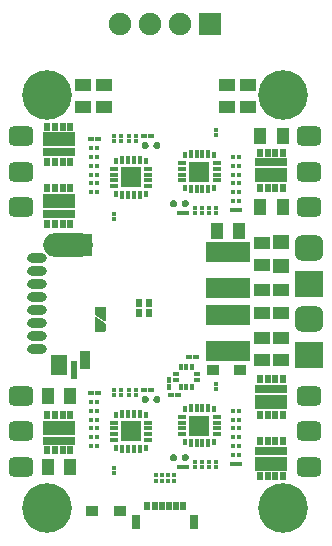
<source format=gbr>
G04*
G04 #@! TF.GenerationSoftware,Altium Limited,Altium Designer,24.8.2 (39)*
G04*
G04 Layer_Color=16711935*
%FSLAX25Y25*%
%MOIN*%
G70*
G04*
G04 #@! TF.SameCoordinates,30F909D6-0262-4237-A391-FF9CD089CF35*
G04*
G04*
G04 #@! TF.FilePolarity,Negative*
G04*
G01*
G75*
%ADD42R,0.01968X0.02756*%
%ADD43R,0.03150X0.04528*%
%ADD46R,0.01676X0.01851*%
%ADD51R,0.02362X0.03150*%
%ADD52R,0.10630X0.02756*%
%ADD53R,0.10630X0.04724*%
%ADD57R,0.01593X0.01676*%
%ADD58R,0.01975X0.02526*%
%ADD60R,0.01851X0.01676*%
%ADD61R,0.04337X0.05715*%
%ADD62R,0.01676X0.01593*%
%ADD66R,0.07480X0.07480*%
%ADD67C,0.07480*%
%ADD68C,0.16535*%
G04:AMPARAMS|DCode=69|XSize=94.49mil|YSize=86.61mil|CornerRadius=23.62mil|HoleSize=0mil|Usage=FLASHONLY|Rotation=0.000|XOffset=0mil|YOffset=0mil|HoleType=Round|Shape=RoundedRectangle|*
%AMROUNDEDRECTD69*
21,1,0.09449,0.03937,0,0,0.0*
21,1,0.04724,0.08661,0,0,0.0*
1,1,0.04724,0.02362,-0.01968*
1,1,0.04724,-0.02362,-0.01968*
1,1,0.04724,-0.02362,0.01968*
1,1,0.04724,0.02362,0.01968*
%
%ADD69ROUNDEDRECTD69*%
%ADD70R,0.09449X0.08661*%
G04:AMPARAMS|DCode=71|XSize=82.68mil|YSize=66.93mil|CornerRadius=18.7mil|HoleSize=0mil|Usage=FLASHONLY|Rotation=0.000|XOffset=0mil|YOffset=0mil|HoleType=Round|Shape=RoundedRectangle|*
%AMROUNDEDRECTD71*
21,1,0.08268,0.02953,0,0,0.0*
21,1,0.04528,0.06693,0,0,0.0*
1,1,0.03740,0.02264,-0.01476*
1,1,0.03740,-0.02264,-0.01476*
1,1,0.03740,-0.02264,0.01476*
1,1,0.03740,0.02264,0.01476*
%
%ADD71ROUNDEDRECTD71*%
%ADD111R,0.02362X0.01575*%
%ADD112R,0.01575X0.02362*%
%ADD113R,0.03937X0.03740*%
%ADD114R,0.05715X0.04337*%
%ADD115O,0.16535X0.07874*%
%ADD116R,0.03543X0.06299*%
%ADD117R,0.02362X0.06299*%
%ADD118O,0.06693X0.03150*%
%ADD119R,0.05512X0.06890*%
%ADD120R,0.07087X0.07087*%
%ADD121R,0.03150X0.01378*%
%ADD122R,0.01732X0.02362*%
%ADD123R,0.01378X0.03150*%
%ADD124R,0.14567X0.06787*%
%ADD125R,0.05821X0.04859*%
G36*
X48522Y133859D02*
X48561Y133855D01*
X48561Y133855D01*
X48751Y133818D01*
X48788Y133806D01*
X48788Y133806D01*
X48967Y133732D01*
X48967Y133732D01*
X48979Y133726D01*
X49001Y133714D01*
X49001Y133714D01*
X49163Y133606D01*
X49163Y133606D01*
X49193Y133581D01*
X49330Y133444D01*
X49354Y133414D01*
X49462Y133253D01*
X49462Y133253D01*
X49471Y133236D01*
X49480Y133219D01*
X49480Y133219D01*
X49554Y133040D01*
X49560Y133020D01*
X49566Y133003D01*
X49603Y132813D01*
X49607Y132774D01*
Y132677D01*
Y132580D01*
D01*
Y132580D01*
X49603Y132542D01*
X49566Y132352D01*
X49554Y132314D01*
X49554Y132314D01*
X49480Y132135D01*
X49480Y132135D01*
X49474Y132123D01*
X49462Y132101D01*
X49462Y132101D01*
X49354Y131940D01*
X49354Y131940D01*
X49330Y131910D01*
X49193Y131773D01*
X49163Y131748D01*
X49001Y131641D01*
X49001Y131641D01*
X48984Y131631D01*
X48967Y131622D01*
X48967Y131622D01*
X48788Y131548D01*
X48768Y131542D01*
X48751Y131537D01*
X48561Y131499D01*
X48522Y131495D01*
X48328D01*
D01*
X48328D01*
X48290Y131499D01*
X48099Y131537D01*
X48062Y131548D01*
X48062Y131548D01*
X47883Y131622D01*
X47883Y131622D01*
X47871Y131629D01*
X47849Y131641D01*
X47849Y131641D01*
X47688Y131748D01*
X47688Y131748D01*
X47658Y131773D01*
X47521Y131910D01*
X47496Y131940D01*
X47388Y132101D01*
X47388Y132101D01*
X47379Y132118D01*
X47370Y132135D01*
X47370Y132135D01*
X47296Y132314D01*
X47290Y132334D01*
X47285Y132352D01*
X47247Y132542D01*
X47243Y132580D01*
Y132677D01*
Y132677D01*
Y132677D01*
X47243Y132774D01*
X47247Y132813D01*
X47247Y132813D01*
X47285Y133003D01*
X47296Y133040D01*
X47296Y133040D01*
X47370Y133219D01*
X47370Y133219D01*
X47377Y133231D01*
X47388Y133253D01*
X47388Y133253D01*
X47496Y133414D01*
X47496Y133414D01*
X47521Y133444D01*
X47658Y133581D01*
X47688Y133606D01*
X47849Y133714D01*
X47849Y133714D01*
X47866Y133723D01*
X47883Y133732D01*
X47883Y133732D01*
X48062Y133806D01*
X48082Y133812D01*
X48099Y133818D01*
X48290Y133855D01*
X48328Y133859D01*
X48425D01*
X48425D01*
X48425D01*
X48522Y133859D01*
D02*
G37*
G36*
X44585D02*
X44624Y133855D01*
X44624Y133855D01*
X44814Y133818D01*
X44851Y133806D01*
X44851Y133806D01*
X45030Y133732D01*
X45030Y133732D01*
X45042Y133726D01*
X45064Y133714D01*
X45064Y133714D01*
X45226Y133606D01*
X45226Y133606D01*
X45256Y133581D01*
X45393Y133444D01*
X45417Y133414D01*
X45525Y133253D01*
X45525Y133253D01*
X45534Y133236D01*
X45543Y133219D01*
X45543Y133219D01*
X45617Y133040D01*
X45623Y133020D01*
X45629Y133003D01*
X45666Y132813D01*
X45670Y132774D01*
Y132677D01*
Y132580D01*
D01*
Y132580D01*
X45666Y132542D01*
X45629Y132352D01*
X45617Y132314D01*
X45617Y132314D01*
X45543Y132135D01*
X45543Y132135D01*
X45537Y132123D01*
X45525Y132101D01*
X45525Y132101D01*
X45417Y131940D01*
X45417Y131940D01*
X45393Y131910D01*
X45256Y131773D01*
X45226Y131748D01*
X45064Y131641D01*
X45064Y131641D01*
X45047Y131631D01*
X45030Y131622D01*
X45030Y131622D01*
X44851Y131548D01*
X44831Y131542D01*
X44814Y131537D01*
X44624Y131499D01*
X44585Y131495D01*
X44391D01*
X44391D01*
D01*
X44353Y131499D01*
X44162Y131537D01*
X44125Y131548D01*
X44125Y131548D01*
X43946Y131622D01*
X43946Y131622D01*
X43934Y131629D01*
X43912Y131641D01*
X43912Y131641D01*
X43751Y131748D01*
X43751Y131748D01*
X43721Y131773D01*
X43584Y131910D01*
X43559Y131940D01*
X43451Y132101D01*
X43451Y132101D01*
X43442Y132118D01*
X43433Y132135D01*
X43433Y132135D01*
X43359Y132314D01*
X43353Y132334D01*
X43348Y132352D01*
X43310Y132542D01*
X43306Y132580D01*
Y132677D01*
Y132677D01*
Y132677D01*
X43306Y132774D01*
X43310Y132813D01*
X43310Y132813D01*
X43348Y133003D01*
X43359Y133040D01*
X43359Y133040D01*
X43433Y133219D01*
X43433Y133219D01*
X43440Y133231D01*
X43451Y133253D01*
X43451Y133253D01*
X43559Y133414D01*
X43559Y133414D01*
X43584Y133444D01*
X43721Y133581D01*
X43751Y133606D01*
X43912Y133714D01*
X43912Y133714D01*
X43929Y133723D01*
X43946Y133732D01*
X43946Y133732D01*
X44125Y133806D01*
X44145Y133812D01*
X44162Y133818D01*
X44353Y133855D01*
X44391Y133859D01*
X44488D01*
X44488D01*
X44488D01*
X44585Y133859D01*
D02*
G37*
G36*
X57971Y114568D02*
X58010Y114564D01*
X58010Y114564D01*
X58200Y114526D01*
X58237Y114515D01*
X58237Y114515D01*
X58416Y114441D01*
X58416Y114441D01*
X58428Y114434D01*
X58450Y114423D01*
X58450Y114423D01*
X58611Y114315D01*
X58611Y114315D01*
X58641Y114290D01*
X58778Y114153D01*
X58803Y114123D01*
X58911Y113962D01*
X58911Y113962D01*
X58920Y113945D01*
X58929Y113928D01*
X58929Y113928D01*
X59003Y113749D01*
X59009Y113729D01*
X59014Y113712D01*
X59052Y113521D01*
X59056Y113483D01*
Y113386D01*
Y113289D01*
D01*
Y113289D01*
X59052Y113250D01*
X59014Y113060D01*
X59003Y113023D01*
X59003Y113023D01*
X58929Y112844D01*
X58929Y112844D01*
X58923Y112832D01*
X58911Y112810D01*
X58911Y112810D01*
X58803Y112648D01*
X58803Y112648D01*
X58778Y112619D01*
X58641Y112481D01*
X58611Y112457D01*
X58450Y112349D01*
X58450Y112349D01*
X58433Y112340D01*
X58416Y112331D01*
X58416Y112331D01*
X58237Y112257D01*
X58217Y112251D01*
X58200Y112245D01*
X58010Y112208D01*
X57971Y112204D01*
X57777D01*
D01*
X57777D01*
X57739Y112208D01*
X57548Y112245D01*
X57511Y112257D01*
X57511Y112257D01*
X57332Y112331D01*
X57332Y112331D01*
X57320Y112337D01*
X57298Y112349D01*
X57298Y112349D01*
X57137Y112457D01*
X57137Y112457D01*
X57107Y112481D01*
X56970Y112619D01*
X56945Y112648D01*
X56837Y112810D01*
X56837Y112810D01*
X56828Y112827D01*
X56819Y112844D01*
X56819Y112844D01*
X56745Y113023D01*
X56739Y113043D01*
X56734Y113060D01*
X56696Y113250D01*
X56692Y113289D01*
Y113386D01*
Y113386D01*
Y113386D01*
X56692Y113483D01*
X56696Y113521D01*
X56696Y113521D01*
X56734Y113712D01*
X56745Y113749D01*
X56745Y113749D01*
X56819Y113928D01*
X56819Y113928D01*
X56825Y113940D01*
X56837Y113962D01*
X56837Y113962D01*
X56945Y114123D01*
X56945Y114123D01*
X56970Y114153D01*
X57107Y114290D01*
X57137Y114315D01*
X57298Y114423D01*
X57298Y114423D01*
X57315Y114432D01*
X57332Y114441D01*
X57332Y114441D01*
X57511Y114515D01*
X57531Y114521D01*
X57548Y114526D01*
X57739Y114564D01*
X57777Y114568D01*
X57874D01*
X57874D01*
X57874D01*
X57971Y114568D01*
D02*
G37*
G36*
X54034D02*
X54073Y114564D01*
X54073Y114564D01*
X54263Y114526D01*
X54300Y114515D01*
X54300Y114515D01*
X54479Y114441D01*
X54479Y114441D01*
X54491Y114434D01*
X54513Y114423D01*
X54513Y114423D01*
X54674Y114315D01*
X54674Y114315D01*
X54704Y114290D01*
X54841Y114153D01*
X54866Y114123D01*
X54974Y113962D01*
X54974Y113962D01*
X54983Y113945D01*
X54992Y113928D01*
X54992Y113928D01*
X55066Y113749D01*
X55072Y113729D01*
X55077Y113712D01*
X55115Y113521D01*
X55119Y113483D01*
Y113386D01*
Y113289D01*
D01*
Y113289D01*
X55115Y113250D01*
X55077Y113060D01*
X55066Y113023D01*
X55066Y113023D01*
X54992Y112844D01*
X54992Y112844D01*
X54986Y112832D01*
X54974Y112810D01*
X54974Y112810D01*
X54866Y112648D01*
X54866Y112648D01*
X54841Y112619D01*
X54704Y112481D01*
X54674Y112457D01*
X54513Y112349D01*
X54513Y112349D01*
X54496Y112340D01*
X54479Y112331D01*
X54479Y112331D01*
X54300Y112257D01*
X54280Y112251D01*
X54263Y112245D01*
X54072Y112208D01*
X54034Y112204D01*
X53840D01*
X53840D01*
D01*
X53802Y112208D01*
X53611Y112245D01*
X53574Y112257D01*
X53574Y112257D01*
X53395Y112331D01*
X53395Y112331D01*
X53383Y112337D01*
X53361Y112349D01*
X53361Y112349D01*
X53200Y112457D01*
X53200Y112457D01*
X53170Y112481D01*
X53033Y112619D01*
X53008Y112648D01*
X52900Y112810D01*
X52900Y112810D01*
X52891Y112827D01*
X52882Y112844D01*
X52882Y112844D01*
X52808Y113023D01*
X52802Y113043D01*
X52797Y113060D01*
X52759Y113250D01*
X52755Y113289D01*
Y113386D01*
Y113386D01*
Y113386D01*
X52755Y113483D01*
X52759Y113521D01*
X52759Y113521D01*
X52797Y113712D01*
X52808Y113749D01*
X52808Y113749D01*
X52882Y113928D01*
X52882Y113928D01*
X52888Y113940D01*
X52900Y113962D01*
X52900Y113962D01*
X53008Y114123D01*
X53008Y114123D01*
X53033Y114153D01*
X53170Y114290D01*
X53200Y114315D01*
X53361Y114423D01*
X53361Y114423D01*
X53378Y114432D01*
X53395Y114441D01*
X53395Y114441D01*
X53574Y114515D01*
X53594Y114521D01*
X53611Y114526D01*
X53802Y114564D01*
X53840Y114568D01*
X53937D01*
X53937D01*
X53937D01*
X54034Y114568D01*
D02*
G37*
G36*
X26613Y103225D02*
X26650Y103214D01*
X26684Y103196D01*
X26714Y103171D01*
X26739Y103141D01*
X26757Y103107D01*
X26768Y103070D01*
X26772Y103031D01*
Y95945D01*
X26768Y95906D01*
X26757Y95869D01*
X26739Y95835D01*
X26714Y95805D01*
X26684Y95780D01*
X26650Y95762D01*
X26613Y95751D01*
X26575Y95747D01*
X14370D01*
X14366Y95747D01*
X14363Y95747D01*
X14347Y95749D01*
X14331Y95751D01*
X14328Y95752D01*
X14324Y95752D01*
X14309Y95757D01*
X14294Y95762D01*
X14291Y95764D01*
X14288Y95765D01*
X14274Y95773D01*
X14260Y95780D01*
X14257Y95783D01*
X14254Y95784D01*
X10711Y98343D01*
X10699Y98354D01*
X10687Y98364D01*
X10684Y98367D01*
X10682Y98369D01*
X10672Y98382D01*
X10662Y98394D01*
X10660Y98397D01*
X10658Y98400D01*
X10651Y98414D01*
X10644Y98428D01*
X10643Y98431D01*
X10641Y98435D01*
X10637Y98450D01*
X10633Y98465D01*
X10632Y98469D01*
X10631Y98472D01*
X10630Y98488D01*
X10629Y98504D01*
Y100472D01*
X10630Y100488D01*
X10631Y100504D01*
X10632Y100507D01*
X10633Y100511D01*
X10637Y100526D01*
X10641Y100541D01*
X10643Y100544D01*
X10644Y100548D01*
X10651Y100562D01*
X10658Y100576D01*
X10660Y100579D01*
X10662Y100582D01*
X10672Y100594D01*
X10682Y100607D01*
X10684Y100609D01*
X10687Y100612D01*
X10699Y100622D01*
X10711Y100633D01*
X14254Y103191D01*
X14257Y103193D01*
X14260Y103196D01*
X14274Y103203D01*
X14288Y103211D01*
X14291Y103212D01*
X14294Y103214D01*
X14309Y103218D01*
X14324Y103224D01*
X14328Y103224D01*
X14331Y103225D01*
X14347Y103227D01*
X14363Y103229D01*
X14366Y103229D01*
X14370Y103229D01*
X26575D01*
X26613Y103225D01*
D02*
G37*
G36*
X31079Y78944D02*
X31130Y78934D01*
X31179Y78918D01*
X31225Y78895D01*
X31268Y78866D01*
X31306Y78832D01*
X31341Y78793D01*
X31369Y78750D01*
X31392Y78704D01*
X31409Y78655D01*
X31419Y78605D01*
X31422Y78553D01*
Y74553D01*
X31421Y74541D01*
X31421Y74528D01*
X31420Y74515D01*
X31419Y74502D01*
X31416Y74489D01*
X31415Y74477D01*
X31411Y74464D01*
X31409Y74451D01*
X31405Y74439D01*
X31401Y74427D01*
X31396Y74415D01*
X31392Y74402D01*
X31386Y74391D01*
X31382Y74379D01*
X31375Y74368D01*
X31369Y74356D01*
X31362Y74345D01*
X31356Y74334D01*
X31348Y74324D01*
X31341Y74313D01*
X31332Y74303D01*
X31324Y74293D01*
X31315Y74284D01*
X31306Y74274D01*
X31297Y74266D01*
X31288Y74257D01*
X31278Y74249D01*
X31268Y74240D01*
X31257Y74233D01*
X31247Y74225D01*
X31236Y74219D01*
X31225Y74212D01*
X31214Y74206D01*
X31202Y74199D01*
X31190Y74194D01*
X31179Y74189D01*
X31166Y74185D01*
X31155Y74180D01*
X31142Y74176D01*
X31130Y74172D01*
X31117Y74170D01*
X31105Y74166D01*
X31092Y74165D01*
X31079Y74162D01*
X31066Y74161D01*
X31054Y74159D01*
X31041Y74159D01*
X31028Y74159D01*
X31015Y74159D01*
X31002Y74159D01*
X30989Y74161D01*
X30976Y74162D01*
X30964Y74164D01*
X30951Y74166D01*
X30938Y74169D01*
X30926Y74172D01*
X30913Y74176D01*
X30901Y74179D01*
X30889Y74184D01*
X30877Y74189D01*
X30865Y74194D01*
X30853Y74199D01*
X30842Y74206D01*
X30830Y74212D01*
X30820Y74218D01*
X30809Y74225D01*
X27809Y76225D01*
X27798Y76233D01*
X27787Y76240D01*
X27778Y76249D01*
X27768Y76256D01*
X27758Y76266D01*
X27749Y76274D01*
X27740Y76284D01*
X27731Y76293D01*
X27723Y76303D01*
X27715Y76313D01*
X27707Y76323D01*
X27700Y76334D01*
X27693Y76345D01*
X27686Y76356D01*
X27680Y76367D01*
X27674Y76378D01*
X27669Y76390D01*
X27663Y76402D01*
X27659Y76414D01*
X27654Y76426D01*
X27651Y76439D01*
X27646Y76451D01*
X27644Y76464D01*
X27641Y76476D01*
X27639Y76489D01*
X27636Y76502D01*
X27636Y76514D01*
X27634Y76527D01*
X27634Y76540D01*
X27633Y76553D01*
Y78553D01*
X27636Y78605D01*
X27646Y78655D01*
X27663Y78704D01*
X27686Y78750D01*
X27715Y78793D01*
X27749Y78832D01*
X27787Y78866D01*
X27830Y78895D01*
X27877Y78918D01*
X27926Y78934D01*
X27976Y78944D01*
X28028Y78948D01*
X31028D01*
X31079Y78944D01*
D02*
G37*
G36*
X28040Y75447D02*
X28053Y75447D01*
X28066Y75445D01*
X28079Y75444D01*
X28091Y75442D01*
X28104Y75440D01*
X28117Y75437D01*
X28130Y75434D01*
X28142Y75430D01*
X28154Y75427D01*
X28166Y75422D01*
X28179Y75418D01*
X28190Y75412D01*
X28202Y75407D01*
X28213Y75401D01*
X28225Y75395D01*
X28235Y75388D01*
X28246Y75381D01*
X31246Y73381D01*
X31257Y73373D01*
X31268Y73366D01*
X31277Y73358D01*
X31287Y73350D01*
X31297Y73341D01*
X31306Y73332D01*
X31315Y73323D01*
X31324Y73314D01*
X31332Y73303D01*
X31341Y73293D01*
X31348Y73283D01*
X31355Y73273D01*
X31362Y73261D01*
X31369Y73250D01*
X31375Y73239D01*
X31381Y73228D01*
X31386Y73216D01*
X31392Y73204D01*
X31396Y73192D01*
X31401Y73180D01*
X31404Y73168D01*
X31409Y73155D01*
X31411Y73143D01*
X31414Y73131D01*
X31416Y73117D01*
X31419Y73105D01*
X31420Y73092D01*
X31421Y73079D01*
X31421Y73066D01*
X31422Y73053D01*
Y71053D01*
X31419Y71002D01*
X31409Y70951D01*
X31392Y70902D01*
X31369Y70856D01*
X31341Y70813D01*
X31306Y70774D01*
X31268Y70740D01*
X31225Y70711D01*
X31179Y70689D01*
X31130Y70672D01*
X31079Y70662D01*
X31028Y70659D01*
X28028D01*
X27976Y70662D01*
X27925Y70672D01*
X27877Y70689D01*
X27830Y70711D01*
X27787Y70740D01*
X27749Y70774D01*
X27714Y70813D01*
X27686Y70856D01*
X27663Y70902D01*
X27646Y70951D01*
X27636Y71002D01*
X27633Y71053D01*
Y75053D01*
X27634Y75066D01*
X27634Y75078D01*
X27635Y75092D01*
X27636Y75105D01*
X27639Y75117D01*
X27641Y75130D01*
X27644Y75142D01*
X27646Y75155D01*
X27651Y75167D01*
X27654Y75180D01*
X27659Y75192D01*
X27663Y75204D01*
X27669Y75216D01*
X27674Y75227D01*
X27680Y75239D01*
X27686Y75250D01*
X27693Y75261D01*
X27699Y75272D01*
X27707Y75282D01*
X27714Y75293D01*
X27723Y75303D01*
X27731Y75313D01*
X27740Y75322D01*
X27749Y75332D01*
X27758Y75340D01*
X27767Y75349D01*
X27777Y75358D01*
X27787Y75366D01*
X27798Y75373D01*
X27808Y75381D01*
X27819Y75388D01*
X27830Y75395D01*
X27842Y75400D01*
X27853Y75407D01*
X27865Y75412D01*
X27877Y75418D01*
X27889Y75422D01*
X27900Y75427D01*
X27913Y75430D01*
X27925Y75434D01*
X27938Y75437D01*
X27950Y75440D01*
X27963Y75442D01*
X27976Y75444D01*
X27989Y75445D01*
X28001Y75447D01*
X28014Y75447D01*
X28028Y75448D01*
X28040Y75447D01*
D02*
G37*
G36*
X48522Y49213D02*
X48561Y49210D01*
X48561Y49210D01*
X48751Y49172D01*
X48788Y49161D01*
X48788Y49161D01*
X48967Y49086D01*
X48967Y49086D01*
X48979Y49080D01*
X49001Y49068D01*
X49001Y49068D01*
X49163Y48961D01*
X49163Y48961D01*
X49193Y48936D01*
X49330Y48799D01*
X49354Y48769D01*
X49462Y48608D01*
X49462Y48608D01*
X49471Y48590D01*
X49480Y48573D01*
X49480Y48573D01*
X49554Y48394D01*
X49560Y48375D01*
X49566Y48357D01*
X49603Y48167D01*
X49607Y48128D01*
Y48031D01*
Y47935D01*
D01*
Y47935D01*
X49603Y47896D01*
X49566Y47706D01*
X49554Y47669D01*
X49554Y47669D01*
X49480Y47490D01*
X49480Y47490D01*
X49474Y47478D01*
X49462Y47455D01*
X49462Y47455D01*
X49354Y47294D01*
X49354Y47294D01*
X49330Y47264D01*
X49193Y47127D01*
X49163Y47102D01*
X49001Y46995D01*
X49001Y46995D01*
X48984Y46986D01*
X48967Y46977D01*
X48967Y46977D01*
X48788Y46902D01*
X48768Y46896D01*
X48751Y46891D01*
X48561Y46853D01*
X48522Y46850D01*
X48328D01*
D01*
X48328D01*
X48290Y46853D01*
X48099Y46891D01*
X48062Y46902D01*
X48062Y46902D01*
X47883Y46977D01*
X47883Y46977D01*
X47871Y46983D01*
X47849Y46995D01*
X47849Y46995D01*
X47688Y47102D01*
X47688Y47102D01*
X47658Y47127D01*
X47521Y47264D01*
X47496Y47294D01*
X47388Y47455D01*
X47388Y47455D01*
X47379Y47473D01*
X47370Y47490D01*
X47370Y47490D01*
X47296Y47669D01*
X47290Y47688D01*
X47285Y47706D01*
X47247Y47896D01*
X47243Y47935D01*
Y48031D01*
Y48031D01*
Y48031D01*
X47243Y48129D01*
X47247Y48167D01*
X47247Y48167D01*
X47285Y48357D01*
X47296Y48394D01*
X47296Y48394D01*
X47370Y48573D01*
X47370Y48573D01*
X47377Y48585D01*
X47388Y48608D01*
X47388Y48608D01*
X47496Y48769D01*
X47496Y48769D01*
X47521Y48799D01*
X47658Y48936D01*
X47688Y48961D01*
X47849Y49068D01*
X47849Y49068D01*
X47866Y49077D01*
X47883Y49086D01*
X47883Y49086D01*
X48062Y49161D01*
X48082Y49167D01*
X48099Y49172D01*
X48290Y49210D01*
X48328Y49213D01*
X48425D01*
X48425D01*
X48425D01*
X48522Y49213D01*
D02*
G37*
G36*
X44585D02*
X44624Y49210D01*
X44624Y49210D01*
X44814Y49172D01*
X44851Y49161D01*
X44851Y49161D01*
X45030Y49086D01*
X45030Y49086D01*
X45042Y49080D01*
X45064Y49068D01*
X45064Y49068D01*
X45226Y48961D01*
X45226Y48961D01*
X45256Y48936D01*
X45393Y48799D01*
X45417Y48769D01*
X45525Y48608D01*
X45525Y48608D01*
X45534Y48590D01*
X45543Y48573D01*
X45543Y48573D01*
X45617Y48394D01*
X45623Y48375D01*
X45629Y48357D01*
X45666Y48167D01*
X45670Y48128D01*
Y48031D01*
Y47935D01*
D01*
Y47935D01*
X45666Y47896D01*
X45629Y47706D01*
X45617Y47669D01*
X45617Y47669D01*
X45543Y47490D01*
X45543Y47490D01*
X45537Y47478D01*
X45525Y47455D01*
X45525Y47455D01*
X45417Y47294D01*
X45417Y47294D01*
X45393Y47264D01*
X45256Y47127D01*
X45226Y47102D01*
X45064Y46995D01*
X45064Y46995D01*
X45047Y46986D01*
X45030Y46977D01*
X45030Y46977D01*
X44851Y46902D01*
X44831Y46896D01*
X44814Y46891D01*
X44624Y46853D01*
X44585Y46850D01*
X44391D01*
X44391D01*
D01*
X44353Y46853D01*
X44162Y46891D01*
X44125Y46902D01*
X44125Y46902D01*
X43946Y46977D01*
X43946Y46977D01*
X43934Y46983D01*
X43912Y46995D01*
X43912Y46995D01*
X43751Y47102D01*
X43751Y47102D01*
X43721Y47127D01*
X43584Y47264D01*
X43559Y47294D01*
X43451Y47455D01*
X43451Y47455D01*
X43442Y47473D01*
X43433Y47490D01*
X43433Y47490D01*
X43359Y47669D01*
X43353Y47688D01*
X43348Y47706D01*
X43310Y47896D01*
X43306Y47935D01*
Y48031D01*
Y48031D01*
Y48031D01*
X43306Y48129D01*
X43310Y48167D01*
X43310Y48167D01*
X43348Y48357D01*
X43359Y48394D01*
X43359Y48394D01*
X43433Y48573D01*
X43433Y48573D01*
X43440Y48585D01*
X43451Y48608D01*
X43451Y48608D01*
X43559Y48769D01*
X43559Y48769D01*
X43584Y48799D01*
X43721Y48936D01*
X43751Y48961D01*
X43912Y49068D01*
X43912Y49068D01*
X43929Y49077D01*
X43946Y49086D01*
X43946Y49086D01*
X44125Y49161D01*
X44145Y49167D01*
X44162Y49172D01*
X44353Y49210D01*
X44391Y49213D01*
X44488D01*
X44488D01*
X44488D01*
X44585Y49213D01*
D02*
G37*
G36*
X57971Y29922D02*
X58010Y29918D01*
X58010Y29918D01*
X58200Y29881D01*
X58237Y29869D01*
X58237Y29869D01*
X58416Y29795D01*
X58416Y29795D01*
X58428Y29789D01*
X58450Y29777D01*
X58450Y29777D01*
X58611Y29669D01*
X58611Y29669D01*
X58641Y29645D01*
X58778Y29507D01*
X58803Y29478D01*
X58911Y29316D01*
X58911Y29316D01*
X58920Y29299D01*
X58929Y29282D01*
X58929Y29282D01*
X59003Y29103D01*
X59009Y29083D01*
X59014Y29066D01*
X59052Y28876D01*
X59056Y28837D01*
Y28740D01*
Y28643D01*
D01*
Y28643D01*
X59052Y28605D01*
X59014Y28414D01*
X59003Y28377D01*
X59003Y28377D01*
X58929Y28198D01*
X58929Y28198D01*
X58923Y28186D01*
X58911Y28164D01*
X58911Y28164D01*
X58803Y28003D01*
X58803Y28003D01*
X58778Y27973D01*
X58641Y27836D01*
X58611Y27811D01*
X58450Y27703D01*
X58450Y27703D01*
X58433Y27694D01*
X58416Y27685D01*
X58416Y27685D01*
X58237Y27611D01*
X58217Y27605D01*
X58200Y27600D01*
X58010Y27562D01*
X57971Y27558D01*
X57777D01*
D01*
X57777D01*
X57739Y27562D01*
X57548Y27600D01*
X57511Y27611D01*
X57511Y27611D01*
X57332Y27685D01*
X57332Y27685D01*
X57320Y27692D01*
X57298Y27703D01*
X57298Y27703D01*
X57137Y27811D01*
X57137Y27811D01*
X57107Y27836D01*
X56970Y27973D01*
X56945Y28003D01*
X56837Y28164D01*
X56837Y28164D01*
X56828Y28181D01*
X56819Y28198D01*
X56819Y28198D01*
X56745Y28377D01*
X56739Y28397D01*
X56734Y28414D01*
X56696Y28605D01*
X56692Y28643D01*
Y28740D01*
Y28740D01*
Y28740D01*
X56692Y28837D01*
X56696Y28876D01*
X56696Y28876D01*
X56734Y29066D01*
X56745Y29103D01*
X56745Y29103D01*
X56819Y29282D01*
X56819Y29282D01*
X56825Y29294D01*
X56837Y29316D01*
X56837Y29316D01*
X56945Y29477D01*
X56945Y29478D01*
X56970Y29507D01*
X57107Y29645D01*
X57137Y29669D01*
X57298Y29777D01*
X57298Y29777D01*
X57315Y29786D01*
X57332Y29795D01*
X57332Y29795D01*
X57511Y29869D01*
X57531Y29875D01*
X57548Y29881D01*
X57739Y29918D01*
X57777Y29922D01*
X57874D01*
X57874D01*
X57874D01*
X57971Y29922D01*
D02*
G37*
G36*
X54034D02*
X54073Y29918D01*
X54073Y29918D01*
X54263Y29881D01*
X54300Y29869D01*
X54300Y29869D01*
X54479Y29795D01*
X54479Y29795D01*
X54491Y29789D01*
X54513Y29777D01*
X54513Y29777D01*
X54674Y29669D01*
X54674Y29669D01*
X54704Y29645D01*
X54841Y29507D01*
X54866Y29478D01*
X54974Y29316D01*
X54974Y29316D01*
X54983Y29299D01*
X54992Y29282D01*
X54992Y29282D01*
X55066Y29103D01*
X55072Y29083D01*
X55077Y29066D01*
X55115Y28876D01*
X55119Y28837D01*
Y28740D01*
Y28643D01*
D01*
Y28643D01*
X55115Y28605D01*
X55077Y28414D01*
X55066Y28377D01*
X55066Y28377D01*
X54992Y28198D01*
X54992Y28198D01*
X54986Y28186D01*
X54974Y28164D01*
X54974Y28164D01*
X54866Y28003D01*
X54866Y28003D01*
X54841Y27973D01*
X54704Y27836D01*
X54674Y27811D01*
X54513Y27703D01*
X54513Y27703D01*
X54496Y27694D01*
X54479Y27685D01*
X54479Y27685D01*
X54300Y27611D01*
X54280Y27605D01*
X54263Y27600D01*
X54072Y27562D01*
X54034Y27558D01*
X53840D01*
X53840D01*
D01*
X53802Y27562D01*
X53611Y27600D01*
X53574Y27611D01*
X53574Y27611D01*
X53395Y27685D01*
X53395Y27685D01*
X53383Y27692D01*
X53361Y27703D01*
X53361Y27703D01*
X53200Y27811D01*
X53200Y27811D01*
X53170Y27836D01*
X53033Y27973D01*
X53008Y28003D01*
X52900Y28164D01*
X52900Y28164D01*
X52891Y28181D01*
X52882Y28198D01*
X52882Y28198D01*
X52808Y28377D01*
X52802Y28397D01*
X52797Y28414D01*
X52759Y28605D01*
X52755Y28643D01*
Y28740D01*
Y28740D01*
Y28740D01*
X52755Y28837D01*
X52759Y28876D01*
X52759Y28876D01*
X52797Y29066D01*
X52808Y29103D01*
X52808Y29103D01*
X52882Y29282D01*
X52882Y29282D01*
X52888Y29294D01*
X52900Y29316D01*
X52900Y29316D01*
X53008Y29477D01*
X53008Y29478D01*
X53033Y29507D01*
X53170Y29645D01*
X53200Y29669D01*
X53361Y29777D01*
X53361Y29777D01*
X53378Y29786D01*
X53395Y29795D01*
X53395Y29795D01*
X53574Y29869D01*
X53594Y29875D01*
X53611Y29881D01*
X53802Y29918D01*
X53840Y29922D01*
X53937D01*
X53937D01*
X53937D01*
X54034Y29922D01*
D02*
G37*
D42*
X45276Y12549D02*
D03*
X47639D02*
D03*
X50000D02*
D03*
X52363D02*
D03*
X54725D02*
D03*
X57087D02*
D03*
D43*
X60827Y7136D02*
D03*
X41536D02*
D03*
D46*
X52362Y52267D02*
D03*
Y54426D02*
D03*
D51*
X19587Y31102D02*
D03*
X17028D02*
D03*
X14469D02*
D03*
X11909D02*
D03*
Y42913D02*
D03*
X14469D02*
D03*
X17028D02*
D03*
X19587D02*
D03*
Y118504D02*
D03*
X17028D02*
D03*
X14469D02*
D03*
X11909D02*
D03*
Y106693D02*
D03*
X14469D02*
D03*
X17028D02*
D03*
X19587D02*
D03*
Y127165D02*
D03*
X17028D02*
D03*
X14469D02*
D03*
X11909D02*
D03*
Y138976D02*
D03*
X14469D02*
D03*
X17028D02*
D03*
X19587D02*
D03*
X82776Y130315D02*
D03*
X85335D02*
D03*
X87894D02*
D03*
X90453D02*
D03*
Y118504D02*
D03*
X87894D02*
D03*
X85335D02*
D03*
X82776D02*
D03*
Y54724D02*
D03*
X85335D02*
D03*
X87894D02*
D03*
X90453D02*
D03*
Y42913D02*
D03*
X87894D02*
D03*
X85335D02*
D03*
X82776D02*
D03*
Y22441D02*
D03*
X85335D02*
D03*
X87894D02*
D03*
X90453D02*
D03*
Y34252D02*
D03*
X87894D02*
D03*
X85335D02*
D03*
X82776D02*
D03*
D52*
X15747Y34370D02*
D03*
Y109961D02*
D03*
Y130433D02*
D03*
X86615Y127047D02*
D03*
Y51456D02*
D03*
Y30984D02*
D03*
D53*
X15747Y38662D02*
D03*
Y114253D02*
D03*
Y134725D02*
D03*
X86615Y122755D02*
D03*
Y47164D02*
D03*
Y26692D02*
D03*
D57*
X26608Y131890D02*
D03*
X28510D02*
D03*
X26608Y125984D02*
D03*
X28510D02*
D03*
X26608Y117126D02*
D03*
X28510D02*
D03*
Y128937D02*
D03*
X26608D02*
D03*
Y123031D02*
D03*
X28510D02*
D03*
Y120079D02*
D03*
X26608D02*
D03*
X75754Y114173D02*
D03*
X73852D02*
D03*
Y117126D02*
D03*
X75754D02*
D03*
Y120079D02*
D03*
X73852D02*
D03*
X75754Y123031D02*
D03*
X73852D02*
D03*
Y125984D02*
D03*
X75754D02*
D03*
Y128937D02*
D03*
X73852D02*
D03*
Y29528D02*
D03*
X75754D02*
D03*
Y32480D02*
D03*
X73852D02*
D03*
Y35433D02*
D03*
X75754D02*
D03*
X73852Y38386D02*
D03*
X75754D02*
D03*
Y41339D02*
D03*
X73852D02*
D03*
Y44291D02*
D03*
X75754D02*
D03*
X26608D02*
D03*
X28510D02*
D03*
Y47244D02*
D03*
X26608D02*
D03*
X28510Y41339D02*
D03*
X26608D02*
D03*
X28510Y32480D02*
D03*
X26608D02*
D03*
Y35433D02*
D03*
X28510D02*
D03*
Y38386D02*
D03*
X26608D02*
D03*
D58*
X45669Y76968D02*
D03*
X42520D02*
D03*
Y80118D02*
D03*
X45669D02*
D03*
D60*
X61316Y62205D02*
D03*
X59156D02*
D03*
X53251Y49606D02*
D03*
X55411D02*
D03*
X28639Y134843D02*
D03*
X26479D02*
D03*
X44196Y135827D02*
D03*
X46356D02*
D03*
X58167Y110236D02*
D03*
X56007D02*
D03*
X73723Y111221D02*
D03*
X75883D02*
D03*
X26479Y50197D02*
D03*
X28639D02*
D03*
X75883Y26575D02*
D03*
X73723D02*
D03*
X56007Y25591D02*
D03*
X58167D02*
D03*
X46356Y51181D02*
D03*
X44196D02*
D03*
D61*
X68307Y104331D02*
D03*
X75787D02*
D03*
X12008Y49213D02*
D03*
X19488D02*
D03*
Y25591D02*
D03*
X12008D02*
D03*
X90354Y112205D02*
D03*
X82874D02*
D03*
X90354Y135827D02*
D03*
X82874D02*
D03*
D62*
X52165Y20899D02*
D03*
Y22801D02*
D03*
X34252Y110006D02*
D03*
Y108104D02*
D03*
X41339Y134088D02*
D03*
Y135990D02*
D03*
X61024Y111975D02*
D03*
Y110073D02*
D03*
X63386D02*
D03*
Y111975D02*
D03*
X65748Y110073D02*
D03*
Y111975D02*
D03*
X68110Y136057D02*
D03*
Y137959D02*
D03*
X68110Y111975D02*
D03*
Y110073D02*
D03*
X50197Y22801D02*
D03*
Y20899D02*
D03*
X54134D02*
D03*
Y22801D02*
D03*
X48228D02*
D03*
Y20899D02*
D03*
X41339Y51345D02*
D03*
Y49443D02*
D03*
X61024Y25427D02*
D03*
Y27329D02*
D03*
X65748D02*
D03*
Y25427D02*
D03*
X63386Y27329D02*
D03*
Y25427D02*
D03*
X68110D02*
D03*
Y27329D02*
D03*
X38976Y134088D02*
D03*
Y135990D02*
D03*
X36614Y134088D02*
D03*
Y135990D02*
D03*
X34252D02*
D03*
Y134088D02*
D03*
X36614Y49443D02*
D03*
Y51345D02*
D03*
X38976Y49443D02*
D03*
Y51345D02*
D03*
X34252D02*
D03*
Y49443D02*
D03*
X68110Y53313D02*
D03*
Y51411D02*
D03*
X34252Y23458D02*
D03*
Y25361D02*
D03*
D66*
X66181Y173228D02*
D03*
D67*
X56181D02*
D03*
X46181D02*
D03*
X36181D02*
D03*
D68*
X11811Y149606D02*
D03*
X90551D02*
D03*
X11811Y11811D02*
D03*
X90551D02*
D03*
D69*
X99213Y98425D02*
D03*
Y74803D02*
D03*
D70*
Y86614D02*
D03*
Y62992D02*
D03*
D71*
X3150Y124016D02*
D03*
Y112205D02*
D03*
Y135827D02*
D03*
Y25591D02*
D03*
Y49213D02*
D03*
Y37402D02*
D03*
X99213Y124016D02*
D03*
Y135827D02*
D03*
Y112205D02*
D03*
Y49213D02*
D03*
Y25591D02*
D03*
Y37402D02*
D03*
D111*
X54838Y54528D02*
D03*
Y56496D02*
D03*
X61698D02*
D03*
Y54528D02*
D03*
D112*
X56300Y58934D02*
D03*
X58268D02*
D03*
X60237D02*
D03*
Y52090D02*
D03*
X58268D02*
D03*
X56300D02*
D03*
D113*
X36113Y10827D02*
D03*
X26880D02*
D03*
X67037Y57874D02*
D03*
X76270D02*
D03*
D114*
X71653Y145472D02*
D03*
Y152953D02*
D03*
X30709Y145472D02*
D03*
Y152953D02*
D03*
X23622D02*
D03*
Y145472D02*
D03*
X78740Y152953D02*
D03*
Y145472D02*
D03*
X83465Y61221D02*
D03*
Y68701D02*
D03*
X89764Y61221D02*
D03*
Y68701D02*
D03*
X83465Y92716D02*
D03*
Y100197D02*
D03*
Y84449D02*
D03*
Y76968D02*
D03*
X89764Y84449D02*
D03*
Y76968D02*
D03*
D115*
X18700Y99488D02*
D03*
D116*
X24606Y61102D02*
D03*
D117*
X20708Y57992D02*
D03*
D118*
X8464Y64842D02*
D03*
Y69173D02*
D03*
Y73503D02*
D03*
Y77834D02*
D03*
Y82165D02*
D03*
Y86496D02*
D03*
Y90826D02*
D03*
Y95157D02*
D03*
D119*
X15787Y59409D02*
D03*
D120*
X62604Y124015D02*
D03*
X39758Y37402D02*
D03*
Y122048D02*
D03*
X62604Y39370D02*
D03*
D121*
X68313Y121062D02*
D03*
Y123031D02*
D03*
Y125000D02*
D03*
Y126968D02*
D03*
X56884D02*
D03*
Y125000D02*
D03*
Y123031D02*
D03*
Y121062D02*
D03*
X45478Y40355D02*
D03*
Y38386D02*
D03*
Y36417D02*
D03*
Y34449D02*
D03*
X34049D02*
D03*
Y36417D02*
D03*
Y38386D02*
D03*
Y40355D02*
D03*
Y125001D02*
D03*
Y123032D02*
D03*
Y121063D02*
D03*
Y119095D02*
D03*
X45478D02*
D03*
Y121063D02*
D03*
Y123032D02*
D03*
Y125001D02*
D03*
X56884Y36417D02*
D03*
Y38386D02*
D03*
Y40355D02*
D03*
Y42323D02*
D03*
X68313D02*
D03*
Y40355D02*
D03*
Y38386D02*
D03*
Y36417D02*
D03*
D122*
X67526Y129436D02*
D03*
X57683D02*
D03*
Y118595D02*
D03*
X67526D02*
D03*
X34836Y42822D02*
D03*
X44679D02*
D03*
Y31981D02*
D03*
X34836D02*
D03*
Y116627D02*
D03*
X44679D02*
D03*
Y127468D02*
D03*
X34836D02*
D03*
X67526Y33950D02*
D03*
X57683D02*
D03*
Y44791D02*
D03*
X67526D02*
D03*
D123*
X65557Y129724D02*
D03*
X63589D02*
D03*
X61620D02*
D03*
X59652D02*
D03*
Y118307D02*
D03*
X61620D02*
D03*
X63589D02*
D03*
X65557D02*
D03*
X36805Y43110D02*
D03*
X38773D02*
D03*
X40742D02*
D03*
X42710D02*
D03*
Y31693D02*
D03*
X40742D02*
D03*
X38773D02*
D03*
X36805D02*
D03*
Y116339D02*
D03*
X38773D02*
D03*
X40742D02*
D03*
X42710D02*
D03*
Y127756D02*
D03*
X40742D02*
D03*
X38773D02*
D03*
X36805D02*
D03*
X65557Y33662D02*
D03*
X63589D02*
D03*
X61620D02*
D03*
X59652D02*
D03*
Y45079D02*
D03*
X61620D02*
D03*
X63589D02*
D03*
X65557D02*
D03*
D124*
X72047Y64079D02*
D03*
Y76079D02*
D03*
Y85339D02*
D03*
Y97339D02*
D03*
D125*
X89764Y100394D02*
D03*
Y92520D02*
D03*
M02*

</source>
